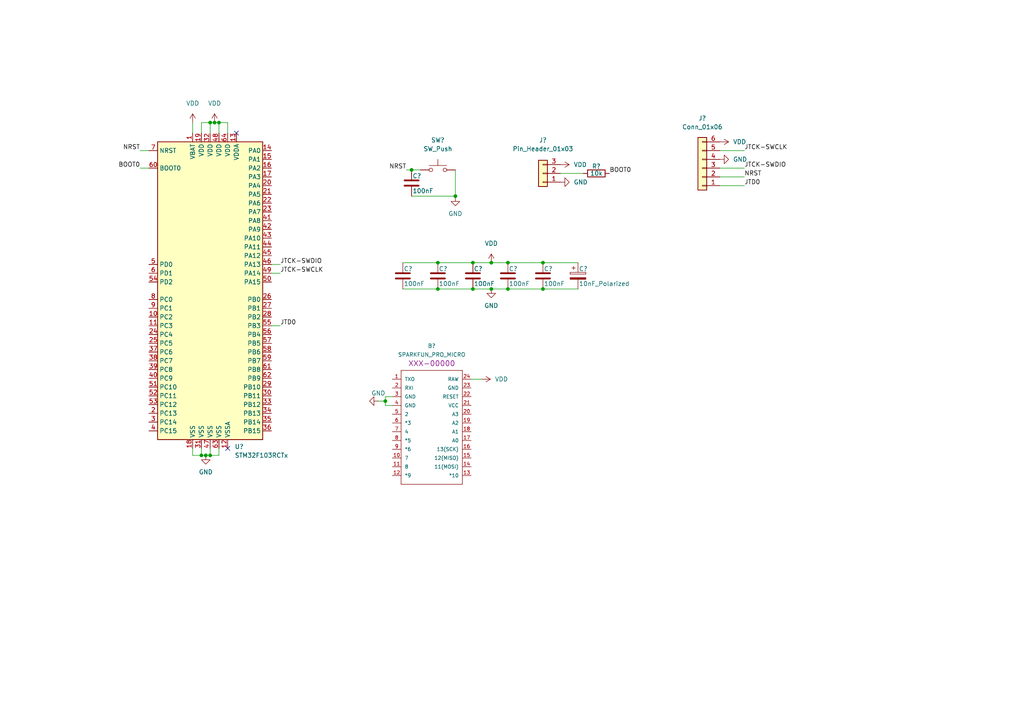
<source format=kicad_sch>
(kicad_sch (version 20211123) (generator eeschema)
  (paper "A4")
  (lib_symbols
    (symbol "Connector_Generic:Conn_01x03" (pin_names (offset 1.016) hide)
      (property "Reference" "J" (at 0 5.08 0))
      (property "Value" "Conn_01x03" (at 0 -5.08 0))
      (symbol "Conn_01x03_1_1"
        (rectangle (start -1.27 -2.413) (end 0 -2.667) (stroke (width 0.1524)))
        (rectangle (start -1.27 0.127) (end 0 -0.127) (stroke (width 0.1524)))
        (rectangle (start -1.27 2.667) (end 0 2.413) (stroke (width 0.1524)))
        (rectangle (start -1.27 3.81) (end 1.27 -3.81) (stroke (width 0.254)) (fill (type background)))
        (pin passive line (at -5.08 2.54 0) (length 3.81) (name "Pin_1") (number "1"))
        (pin passive line (at -5.08 0 0) (length 3.81) (name "Pin_2") (number "2"))
        (pin passive line (at -5.08 -2.54 0) (length 3.81) (name "Pin_3") (number "3"))
      )
    )
    (symbol "Connector_Generic:Conn_01x06" (pin_names (offset 1.016) hide)
      (property "Reference" "J" (at 0 7.62 0))
      (property "Value" "Conn_01x06" (at 0 -10.16 0))
      (symbol "Conn_01x06_1_1"
        (rectangle (start -1.27 -7.493) (end 0 -7.747) (stroke (width 0.1524)))
        (rectangle (start -1.27 -4.953) (end 0 -5.207) (stroke (width 0.1524)))
        (rectangle (start -1.27 -2.413) (end 0 -2.667) (stroke (width 0.1524)))
        (rectangle (start -1.27 0.127) (end 0 -0.127) (stroke (width 0.1524)))
        (rectangle (start -1.27 2.667) (end 0 2.413) (stroke (width 0.1524)))
        (rectangle (start -1.27 5.207) (end 0 4.953) (stroke (width 0.1524)))
        (rectangle (start -1.27 6.35) (end 1.27 -8.89) (stroke (width 0.254)) (fill (type background)))
        (pin passive line (at -5.08 5.08 0) (length 3.81) (name "Pin_1") (number "1"))
        (pin passive line (at -5.08 2.54 0) (length 3.81) (name "Pin_2") (number "2"))
        (pin passive line (at -5.08 0 0) (length 3.81) (name "Pin_3") (number "3"))
        (pin passive line (at -5.08 -2.54 0) (length 3.81) (name "Pin_4") (number "4"))
        (pin passive line (at -5.08 -5.08 0) (length 3.81) (name "Pin_5") (number "5"))
        (pin passive line (at -5.08 -7.62 0) (length 3.81) (name "Pin_6") (number "6"))
      )
    )
    (symbol "Device:C" (pin_numbers hide) (pin_names (offset 0.254))
      (property "Reference" "C" (at 0.635 2.54 0))
      (property "Value" "C" (at 0.635 -2.54 0))
      (symbol "C_0_1"
        (polyline (pts (xy -2.032 -0.762) (xy 2.032 -0.762)) (stroke (width 0.508)))
        (polyline (pts (xy -2.032 0.762) (xy 2.032 0.762)) (stroke (width 0.508)))
      )
      (symbol "C_1_1"
        (pin passive line (at 0 3.81 270) (length 2.794) (name "~") (number "1"))
        (pin passive line (at 0 -3.81 90) (length 2.794) (name "~") (number "2"))
      )
    )
    (symbol "Device:C_Polarized" (pin_numbers hide) (pin_names (offset 0.254))
      (property "Reference" "C" (at 0.635 2.54 0))
      (property "Value" "C_Polarized" (at 0.635 -2.54 0))
      (symbol "C_Polarized_0_1"
        (rectangle (start -2.286 0.508) (end 2.286 1.016))
        (polyline (pts (xy -1.778 2.286) (xy -0.762 2.286)))
        (polyline (pts (xy -1.27 2.794) (xy -1.27 1.778)))
        (rectangle (start 2.286 -0.508) (end -2.286 -1.016) (fill (type outline)))
      )
      (symbol "C_Polarized_1_1"
        (pin passive line (at 0 3.81 270) (length 2.794) (name "~") (number "1"))
        (pin passive line (at 0 -3.81 90) (length 2.794) (name "~") (number "2"))
      )
    )
    (symbol "Device:R" (pin_numbers hide) (pin_names (offset 0))
      (property "Reference" "R" (at 2.032 0 90))
      (property "Value" "R" (at 0 0 90))
      (symbol "R_0_1"
        (rectangle (start -1.016 -2.54) (end 1.016 2.54) (stroke (width 0.254)))
      )
      (symbol "R_1_1"
        (pin passive line (at 0 3.81 270) (length 1.27) (name "~") (number "1"))
        (pin passive line (at 0 -3.81 90) (length 1.27) (name "~") (number "2"))
      )
    )
    (symbol "MCU_ST_STM32F1:STM32F103RCTx"
      (property "Reference" "U" (at -15.24 44.45 0))
      (property "Value" "STM32F103RCTx" (at 10.16 44.45 0))
      (symbol "STM32F103RCTx_0_1"
        (rectangle (start -15.24 -43.18) (end 15.24 43.18) (stroke (width 0.254)) (fill (type background)))
      )
      (symbol "STM32F103RCTx_1_1"
        (pin power_in line (at -5.08 45.72 270) (length 2.54) (name "VBAT") (number "1"))
        (pin bidirectional line (at -17.78 -7.62 0) (length 2.54) (name "PC2") (number "10"))
        (pin bidirectional line (at -17.78 -10.16 0) (length 2.54) (name "PC3") (number "11"))
        (pin power_in line (at 5.08 -45.72 90) (length 2.54) (name "VSSA") (number "12"))
        (pin power_in line (at 7.62 45.72 270) (length 2.54) (name "VDDA") (number "13"))
        (pin bidirectional line (at 17.78 40.64 180) (length 2.54) (name "PA0") (number "14"))
        (pin bidirectional line (at 17.78 38.1 180) (length 2.54) (name "PA1") (number "15"))
        (pin bidirectional line (at 17.78 35.56 180) (length 2.54) (name "PA2") (number "16"))
        (pin bidirectional line (at 17.78 33.02 180) (length 2.54) (name "PA3") (number "17"))
        (pin power_in line (at -5.08 -45.72 90) (length 2.54) (name "VSS") (number "18"))
        (pin power_in line (at -2.54 45.72 270) (length 2.54) (name "VDD") (number "19"))
        (pin bidirectional line (at -17.78 -35.56 0) (length 2.54) (name "PC13") (number "2"))
        (pin bidirectional line (at 17.78 30.48 180) (length 2.54) (name "PA4") (number "20"))
        (pin bidirectional line (at 17.78 27.94 180) (length 2.54) (name "PA5") (number "21"))
        (pin bidirectional line (at 17.78 25.4 180) (length 2.54) (name "PA6") (number "22"))
        (pin bidirectional line (at 17.78 22.86 180) (length 2.54) (name "PA7") (number "23"))
        (pin bidirectional line (at -17.78 -12.7 0) (length 2.54) (name "PC4") (number "24"))
        (pin bidirectional line (at -17.78 -15.24 0) (length 2.54) (name "PC5") (number "25"))
        (pin bidirectional line (at 17.78 -2.54 180) (length 2.54) (name "PB0") (number "26"))
        (pin bidirectional line (at 17.78 -5.08 180) (length 2.54) (name "PB1") (number "27"))
        (pin bidirectional line (at 17.78 -7.62 180) (length 2.54) (name "PB2") (number "28"))
        (pin bidirectional line (at 17.78 -27.94 180) (length 2.54) (name "PB10") (number "29"))
        (pin bidirectional line (at -17.78 -38.1 0) (length 2.54) (name "PC14") (number "3"))
        (pin bidirectional line (at 17.78 -30.48 180) (length 2.54) (name "PB11") (number "30"))
        (pin power_in line (at -2.54 -45.72 90) (length 2.54) (name "VSS") (number "31"))
        (pin power_in line (at 0 45.72 270) (length 2.54) (name "VDD") (number "32"))
        (pin bidirectional line (at 17.78 -33.02 180) (length 2.54) (name "PB12") (number "33"))
        (pin bidirectional line (at 17.78 -35.56 180) (length 2.54) (name "PB13") (number "34"))
        (pin bidirectional line (at 17.78 -38.1 180) (length 2.54) (name "PB14") (number "35"))
        (pin bidirectional line (at 17.78 -40.64 180) (length 2.54) (name "PB15") (number "36"))
        (pin bidirectional line (at -17.78 -17.78 0) (length 2.54) (name "PC6") (number "37"))
        (pin bidirectional line (at -17.78 -20.32 0) (length 2.54) (name "PC7") (number "38"))
        (pin bidirectional line (at -17.78 -22.86 0) (length 2.54) (name "PC8") (number "39"))
        (pin bidirectional line (at -17.78 -40.64 0) (length 2.54) (name "PC15") (number "4"))
        (pin bidirectional line (at -17.78 -25.4 0) (length 2.54) (name "PC9") (number "40"))
        (pin bidirectional line (at 17.78 20.32 180) (length 2.54) (name "PA8") (number "41"))
        (pin bidirectional line (at 17.78 17.78 180) (length 2.54) (name "PA9") (number "42"))
        (pin bidirectional line (at 17.78 15.24 180) (length 2.54) (name "PA10") (number "43"))
        (pin bidirectional line (at 17.78 12.7 180) (length 2.54) (name "PA11") (number "44"))
        (pin bidirectional line (at 17.78 10.16 180) (length 2.54) (name "PA12") (number "45"))
        (pin bidirectional line (at 17.78 7.62 180) (length 2.54) (name "PA13") (number "46"))
        (pin power_in line (at 0 -45.72 90) (length 2.54) (name "VSS") (number "47"))
        (pin power_in line (at 2.54 45.72 270) (length 2.54) (name "VDD") (number "48"))
        (pin bidirectional line (at 17.78 5.08 180) (length 2.54) (name "PA14") (number "49"))
        (pin input line (at -17.78 7.62 0) (length 2.54) (name "PD0") (number "5"))
        (pin bidirectional line (at 17.78 2.54 180) (length 2.54) (name "PA15") (number "50"))
        (pin bidirectional line (at -17.78 -27.94 0) (length 2.54) (name "PC10") (number "51"))
        (pin bidirectional line (at -17.78 -30.48 0) (length 2.54) (name "PC11") (number "52"))
        (pin bidirectional line (at -17.78 -33.02 0) (length 2.54) (name "PC12") (number "53"))
        (pin bidirectional line (at -17.78 2.54 0) (length 2.54) (name "PD2") (number "54"))
        (pin bidirectional line (at 17.78 -10.16 180) (length 2.54) (name "PB3") (number "55"))
        (pin bidirectional line (at 17.78 -12.7 180) (length 2.54) (name "PB4") (number "56"))
        (pin bidirectional line (at 17.78 -15.24 180) (length 2.54) (name "PB5") (number "57"))
        (pin bidirectional line (at 17.78 -17.78 180) (length 2.54) (name "PB6") (number "58"))
        (pin bidirectional line (at 17.78 -20.32 180) (length 2.54) (name "PB7") (number "59"))
        (pin input line (at -17.78 5.08 0) (length 2.54) (name "PD1") (number "6"))
        (pin input line (at -17.78 35.56 0) (length 2.54) (name "BOOT0") (number "60"))
        (pin bidirectional line (at 17.78 -22.86 180) (length 2.54) (name "PB8") (number "61"))
        (pin bidirectional line (at 17.78 -25.4 180) (length 2.54) (name "PB9") (number "62"))
        (pin power_in line (at 2.54 -45.72 90) (length 2.54) (name "VSS") (number "63"))
        (pin power_in line (at 5.08 45.72 270) (length 2.54) (name "VDD") (number "64"))
        (pin input line (at -17.78 40.64 0) (length 2.54) (name "NRST") (number "7"))
        (pin bidirectional line (at -17.78 -2.54 0) (length 2.54) (name "PC0") (number "8"))
        (pin bidirectional line (at -17.78 -5.08 0) (length 2.54) (name "PC1") (number "9"))
      )
    )
    (symbol "SparkFun-Boards:SPARKFUN_PRO_MICRO" (pin_names (offset 1.016))
      (property "Reference" "B" (at -7.62 18.542 0))
      (property "Value" "SPARKFUN_PRO_MICRO" (at -7.62 -17.78 0))
      (property "Datasheet" "XXX-00000" (at 4.064 5.461 0))
      (symbol "SPARKFUN_PRO_MICRO_1_0"
        (polyline (pts (xy -7.62 -15.24) (xy 10.16 -15.24)))
        (polyline (pts (xy -7.62 17.78) (xy -7.62 -15.24)))
        (polyline (pts (xy 10.16 -15.24) (xy 10.16 17.78)))
        (polyline (pts (xy 10.16 17.78) (xy -7.62 17.78)))
      )
      (symbol "SPARKFUN_PRO_MICRO_1_1"
        (pin bidirectional line (at -10.16 15.24 0) (length 2.54) (name "TXO") (number "1"))
        (pin bidirectional line (at -10.16 -7.62 0) (length 2.54) (name "7") (number "10"))
        (pin bidirectional line (at -10.16 -10.16 0) (length 2.54) (name "8") (number "11"))
        (pin bidirectional line (at -10.16 -12.7 0) (length 2.54) (name "*9") (number "12"))
        (pin bidirectional line (at 12.7 -12.7 180) (length 2.54) (name "*10") (number "13"))
        (pin bidirectional line (at 12.7 -10.16 180) (length 2.54) (name "11(MOSI)") (number "14"))
        (pin bidirectional line (at 12.7 -7.62 180) (length 2.54) (name "12(MISO)") (number "15"))
        (pin bidirectional line (at 12.7 -5.08 180) (length 2.54) (name "13(SCK)") (number "16"))
        (pin bidirectional line (at 12.7 -2.54 180) (length 2.54) (name "A0") (number "17"))
        (pin bidirectional line (at 12.7 0 180) (length 2.54) (name "A1") (number "18"))
        (pin bidirectional line (at 12.7 2.54 180) (length 2.54) (name "A2") (number "19"))
        (pin bidirectional line (at -10.16 12.7 0) (length 2.54) (name "RXI") (number "2"))
        (pin bidirectional line (at 12.7 5.08 180) (length 2.54) (name "A3") (number "20"))
        (pin power_in line (at 12.7 7.62 180) (length 2.54) (name "VCC") (number "21"))
        (pin bidirectional line (at 12.7 10.16 180) (length 2.54) (name "RESET") (number "22"))
        (pin power_in line (at 12.7 12.7 180) (length 2.54) (name "GND") (number "23"))
        (pin power_in line (at 12.7 15.24 180) (length 2.54) (name "RAW") (number "24"))
        (pin power_in line (at -10.16 10.16 0) (length 2.54) (name "GND") (number "3"))
        (pin power_in line (at -10.16 7.62 0) (length 2.54) (name "GND") (number "4"))
        (pin bidirectional line (at -10.16 5.08 0) (length 2.54) (name "2") (number "5"))
        (pin bidirectional line (at -10.16 2.54 0) (length 2.54) (name "*3") (number "6"))
        (pin bidirectional line (at -10.16 0 0) (length 2.54) (name "4") (number "7"))
        (pin bidirectional line (at -10.16 -2.54 0) (length 2.54) (name "*5") (number "8"))
        (pin bidirectional line (at -10.16 -5.08 0) (length 2.54) (name "*6") (number "9"))
      )
    )
    (symbol "Switch:SW_Push" (pin_numbers hide) (pin_names (offset 1.016) hide)
      (property "Reference" "SW" (at 1.27 2.54 0))
      (property "Value" "SW_Push" (at 0 -1.524 0))
      (symbol "SW_Push_0_1"
        (circle (center -2.032 0) (radius 0.508))
        (polyline (pts (xy 0 1.27) (xy 0 3.048)))
        (polyline (pts (xy 2.54 1.27) (xy -2.54 1.27)))
        (circle (center 2.032 0) (radius 0.508))
        (pin passive line (at -5.08 0 0) (length 2.54) (name "1") (number "1"))
        (pin passive line (at 5.08 0 180) (length 2.54) (name "2") (number "2"))
      )
    )
    (symbol "power:GND" (power) (pin_names (offset 0))
      (property "Value" "GND" (at 0 -3.81 0))
      (symbol "GND_0_1"
        (polyline (pts (xy 0 0) (xy 0 -1.27) (xy 1.27 -1.27) (xy 0 -2.54) (xy -1.27 -1.27) (xy 0 -1.27)))
      )
      (symbol "GND_1_1"
        (pin power_in line (at 0 0 270) (length 0) hide (name "GND") (number "1"))
      )
    )
    (symbol "power:VDD" (power) (pin_names (offset 0))
      (property "Value" "VDD" (at 0 3.81 0))
      (symbol "VDD_0_1"
        (polyline (pts (xy -0.762 1.27) (xy 0 2.54)))
        (polyline (pts (xy 0 0) (xy 0 2.54)))
        (polyline (pts (xy 0 2.54) (xy 0.762 1.27)))
      )
      (symbol "VDD_1_1"
        (pin power_in line (at 0 0 90) (length 0) hide (name "VDD") (number "1"))
      )
    )
  )
  (junction (at 127 83.82))
  (junction (at 147.32 83.82))
  (junction (at 142.494 76.2))
  (junction (at 59.69 132.08))
  (junction (at 63.5 35.56))
  (junction (at 60.96 132.08))
  (junction (at 60.96 35.56))
  (junction (at 157.48 83.82))
  (junction (at 157.48 76.2))
  (junction (at 137.16 76.2))
  (junction (at 58.42 132.08))
  (junction (at 119.38 49.276))
  (junction (at 137.16 83.82))
  (junction (at 147.32 76.2))
  (junction (at 132.08 56.896))
  (junction (at 142.494 83.82))
  (junction (at 62.23 35.56))
  (junction (at 127 76.2))
  (junction (at 111.76 116.332))
  (no_connect (at 68.58 38.608))
  (no_connect (at 66.04 130.048))
  (wire (pts (xy 157.48 83.82) (xy 167.64 83.82)))
  (wire (pts (xy 116.84 76.2) (xy 127 76.2)))
  (wire (pts (xy 147.32 76.2) (xy 157.48 76.2)))
  (wire (pts (xy 63.5 35.56) (xy 66.04 35.56)))
  (wire (pts (xy 55.88 35.56) (xy 55.88 38.608)))
  (wire (pts (xy 55.88 132.08) (xy 58.42 132.08)))
  (wire (pts (xy 40.64 48.768) (xy 43.18 48.768)))
  (wire (pts (xy 59.69 132.08) (xy 60.96 132.08)))
  (wire (pts (xy 62.23 35.56) (xy 63.5 35.56)))
  (wire (pts (xy 60.96 132.08) (xy 63.5 132.08)))
  (wire (pts (xy 119.38 56.896) (xy 132.08 56.896)))
  (wire (pts (xy 58.42 130.048) (xy 58.42 132.08)))
  (wire (pts (xy 63.5 35.56) (xy 63.5 38.608)))
  (wire (pts (xy 55.88 130.048) (xy 55.88 132.08)))
  (wire (pts (xy 215.9 53.848) (xy 208.788 53.848)))
  (wire (pts (xy 116.84 83.82) (xy 127 83.82)))
  (wire (pts (xy 66.04 35.56) (xy 66.04 38.608)))
  (wire (pts (xy 111.76 117.602) (xy 113.792 117.602)))
  (wire (pts (xy 60.96 132.08) (xy 60.96 130.048)))
  (wire (pts (xy 58.42 38.608) (xy 58.42 35.56)))
  (wire (pts (xy 113.792 115.062) (xy 111.76 115.062)))
  (wire (pts (xy 119.38 49.276) (xy 117.856 49.276)))
  (wire (pts (xy 63.5 132.08) (xy 63.5 130.048)))
  (wire (pts (xy 58.42 132.08) (xy 59.69 132.08)))
  (wire (pts (xy 81.28 94.488) (xy 78.74 94.488)))
  (wire (pts (xy 121.92 49.276) (xy 119.38 49.276)))
  (wire (pts (xy 111.76 116.332) (xy 111.76 117.602)))
  (wire (pts (xy 215.9 48.768) (xy 208.788 48.768)))
  (wire (pts (xy 137.16 83.82) (xy 142.494 83.82)))
  (wire (pts (xy 139.7 109.982) (xy 136.652 109.982)))
  (wire (pts (xy 60.96 35.56) (xy 62.23 35.56)))
  (wire (pts (xy 147.32 83.82) (xy 157.48 83.82)))
  (wire (pts (xy 81.28 76.708) (xy 78.74 76.708)))
  (wire (pts (xy 109.728 116.332) (xy 111.76 116.332)))
  (wire (pts (xy 157.48 76.2) (xy 167.64 76.2)))
  (wire (pts (xy 132.08 56.896) (xy 132.08 49.276)))
  (wire (pts (xy 215.9 43.688) (xy 208.788 43.688)))
  (wire (pts (xy 142.494 83.82) (xy 147.32 83.82)))
  (wire (pts (xy 127 83.82) (xy 137.16 83.82)))
  (wire (pts (xy 127 76.2) (xy 137.16 76.2)))
  (wire (pts (xy 60.96 35.56) (xy 60.96 38.608)))
  (wire (pts (xy 58.42 35.56) (xy 60.96 35.56)))
  (wire (pts (xy 162.56 50.292) (xy 169.164 50.292)))
  (wire (pts (xy 215.9 51.308) (xy 208.788 51.308)))
  (wire (pts (xy 137.16 76.2) (xy 142.494 76.2)))
  (wire (pts (xy 142.494 76.2) (xy 147.32 76.2)))
  (wire (pts (xy 132.08 57.15) (xy 132.08 56.896)))
  (wire (pts (xy 81.28 79.248) (xy 78.74 79.248)))
  (wire (pts (xy 111.76 115.062) (xy 111.76 116.332)))
  (wire (pts (xy 40.64 43.688) (xy 43.18 43.688)))
  (label "NRST" (at 117.856 49.276 180))
  (label "JTCK-SWDIO" (at 81.28 76.708 0))
  (label "JTD0" (at 81.28 94.488 0))
  (label "JTCK-SWCLK" (at 81.28 79.248 0))
  (label "JTCK-SWDIO" (at 215.9 48.768 0))
  (label "JTCK-SWCLK" (at 215.9 43.688 0))
  (label "BOOT0" (at 40.64 48.768 180))
  (label "NRST" (at 215.9 51.308 0))
  (label "NRST" (at 40.64 43.688 180))
  (label "BOOT0" (at 176.784 50.292 0))
  (label "JTD0" (at 215.9 53.848 0))
  (symbol (lib_id "power:VDD") (at 142.494 76.2 0) (unit 1)
    (property "Reference" "#PWR?" (effects hide))
    (property "Value" "VDD" (at 142.494 70.612 0))
  )
  (symbol (lib_id "power:VDD") (at 162.56 47.752 270) (unit 1)
    (property "Reference" "#PWR?" (effects hide))
    (property "Value" "VDD" (at 166.37 47.7519 90) (effects (justify left)))
  )
  (symbol (lib_id "power:GND") (at 132.08 57.15 0) (unit 1)
    (property "Reference" "#PWR?" (effects hide))
    (property "Value" "GND" (at 132.08 61.976 0))
  )
  (symbol (lib_id "Device:R") (at 172.974 50.292 90) (unit 1)
    (property "Reference" "R?" (at 172.974 48.26 90))
    (property "Value" "10k" (at 172.974 50.292 90))
  )
  (symbol (lib_id "power:VDD") (at 55.88 35.56 0) (unit 1)
    (property "Reference" "#PWR?" (effects hide))
    (property "Value" "VDD" (at 55.88 29.972 0))
  )
  (symbol (lib_id "power:GND") (at 59.69 132.08 0) (unit 1)
    (property "Reference" "#PWR?" (effects hide))
    (property "Value" "GND" (at 59.69 136.906 0))
  )
  (symbol (lib_id "power:GND") (at 142.494 83.82 0) (unit 1)
    (property "Reference" "#PWR?" (effects hide))
    (property "Value" "GND" (at 142.494 88.646 0))
  )
  (symbol (lib_id "Connector_Generic:Conn_01x03") (at 157.48 50.292 180) (unit 1)
    (property "Reference" "J?" (at 157.48 40.64 0))
    (property "Value" "Pin_Header_01x03" (at 157.48 43.18 0))
  )
  (symbol (lib_id "Device:C") (at 147.32 80.01 0) (unit 1)
    (property "Reference" "C?" (at 147.574 77.978 0) (effects (justify left)))
    (property "Value" "100nF" (at 147.574 82.296 0) (effects (justify left)))
  )
  (symbol (lib_id "power:GND") (at 208.788 46.228 90) (unit 1)
    (property "Reference" "#PWR?" (effects hide))
    (property "Value" "GND" (at 212.598 46.2279 90) (effects (justify right)))
  )
  (symbol (lib_id "Device:C") (at 116.84 80.01 0) (unit 1)
    (property "Reference" "C?" (at 117.094 77.978 0) (effects (justify left)))
    (property "Value" "100nF" (at 117.094 82.296 0) (effects (justify left)))
  )
  (symbol (lib_id "power:VDD") (at 62.23 35.56 0) (unit 1)
    (property "Reference" "#PWR?" (effects hide))
    (property "Value" "VDD" (at 62.23 29.972 0))
  )
  (symbol (lib_id "Device:C") (at 119.38 53.086 0) (unit 1)
    (property "Reference" "C?" (at 119.634 51.054 0) (effects (justify left)))
    (property "Value" "100nF" (at 119.634 55.372 0) (effects (justify left)))
  )
  (symbol (lib_id "Connector_Generic:Conn_01x06") (at 203.708 48.768 180) (unit 1)
    (property "Reference" "J?" (at 203.708 34.29 0))
    (property "Value" "Conn_01x06" (at 203.708 36.83 0))
  )
  (symbol (lib_id "Switch:SW_Push") (at 127 49.276 0) (unit 1)
    (property "Reference" "SW?" (at 127 40.64 0))
    (property "Value" "SW_Push" (at 127 43.18 0))
  )
  (symbol (lib_id "Device:C") (at 157.48 80.01 0) (unit 1)
    (property "Reference" "C?" (at 157.734 77.978 0) (effects (justify left)))
    (property "Value" "100nF" (at 157.734 82.296 0) (effects (justify left)))
  )
  (symbol (lib_id "Device:C") (at 137.16 80.01 0) (unit 1)
    (property "Reference" "C?" (at 137.414 77.978 0) (effects (justify left)))
    (property "Value" "100nF" (at 137.414 82.296 0) (effects (justify left)))
  )
  (symbol (lib_id "Device:C") (at 127 80.01 0) (unit 1)
    (property "Reference" "C?" (at 127.254 77.978 0) (effects (justify left)))
    (property "Value" "100nF" (at 127.254 82.296 0) (effects (justify left)))
  )
  (symbol (lib_id "Device:C_Polarized") (at 167.64 80.01 0) (unit 1)
    (property "Reference" "C?" (at 167.894 77.978 0) (effects (justify left)))
    (property "Value" "10nF_Polarized" (at 167.894 82.296 0) (effects (justify left)))
  )
  (symbol (lib_id "MCU_ST_STM32F1:STM32F103RCTx") (at 60.96 84.328 0) (unit 1)
    (property "Reference" "U?" (at 68.0594 129.54 0) (effects (justify left)))
    (property "Value" "STM32F103RCTx" (at 68.0594 132.08 0) (effects (justify left)))
    (property "Footprint" "Package_QFP:LQFP-64_10x10mm_P0.5mm" (effects hide))
    (property "Datasheet" "http://www.st.com/st-web-ui/static/active/en/resource/technical/document/datasheet/CD00191185.pdf" (effects hide))
  )
  (symbol (lib_id "power:VDD") (at 208.788 41.148 270) (unit 1)
    (property "Reference" "#PWR?" (effects hide))
    (property "Value" "VDD" (at 212.598 41.1479 90) (effects (justify left)))
  )
  (symbol (lib_id "SparkFun-Boards:SPARKFUN_PRO_MICRO") (at 123.952 125.222 0) (unit 1)
    (property "Reference" "B?" (at 125.222 100.33 0) (effects (font (size 1.143 1.143))))
    (property "Value" "SPARKFUN_PRO_MICRO" (at 125.222 102.87 0) (effects (font (size 1.143 1.143))))
    (property "Footprint" "SPARKFUN_PRO_MICRO" (effects hide))
    (property "Datasheet" "XXX-00000" (at 125.222 105.41 0) (effects (font (size 1.524 1.524))))
  )
  (symbol (lib_id "power:VDD") (at 139.7 109.982 270) (unit 1)
    (property "Reference" "#PWR?" (effects hide))
    (property "Value" "VDD" (at 143.51 109.9819 90) (effects (justify left)))
  )
  (symbol (lib_id "power:GND") (at 162.56 52.832 90) (unit 1)
    (property "Reference" "#PWR?" (effects hide))
    (property "Value" "GND" (at 166.37 52.8319 90) (effects (justify right)))
  )
  (symbol (lib_id "power:GND") (at 109.728 116.332 270) (unit 1)
    (property "Reference" "#PWR?" (effects hide))
    (property "Value" "GND" (at 107.696 114.046 90) (effects (justify left)))
  )
)
</source>
